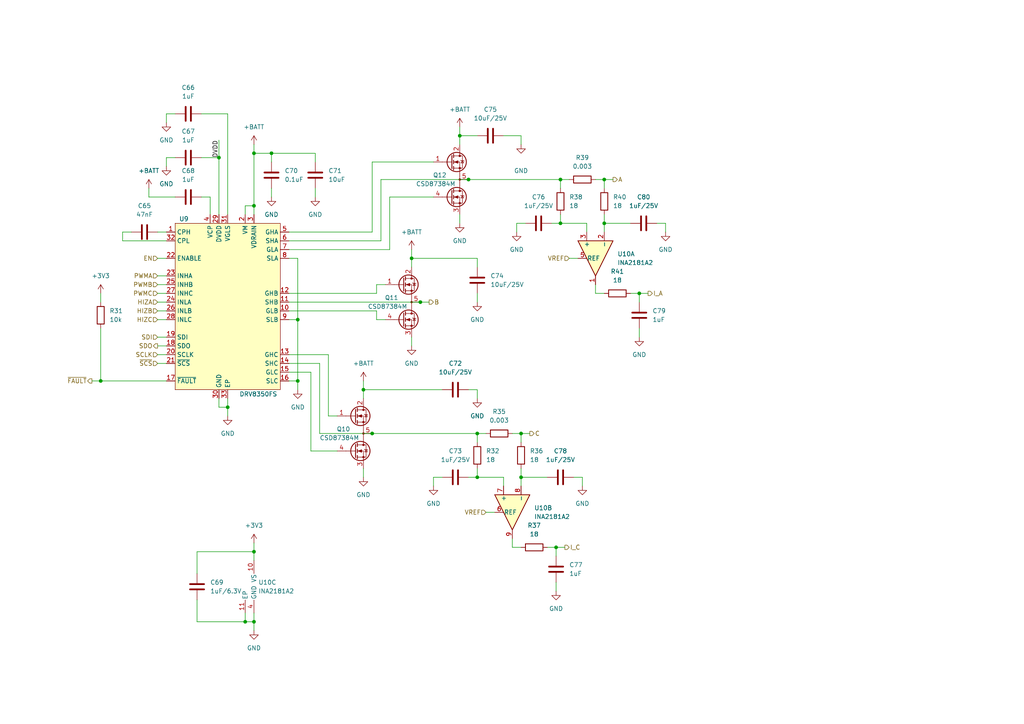
<source format=kicad_sch>
(kicad_sch (version 20210621) (generator eeschema)
  (paper "A4")
  (lib_symbols
    (symbol "Device:C" (pin_numbers hide) (pin_names (offset 0.254))
      (property "Reference" "C" (at 0.635 2.54 0))
      (property "Value" "C" (at 0.635 -2.54 0))
      (symbol "C_0_1"
        (polyline (pts (xy -2.032 -0.762) (xy 2.032 -0.762)) (stroke (width 0.508)))
        (polyline (pts (xy -2.032 0.762) (xy 2.032 0.762)) (stroke (width 0.508)))
      )
      (symbol "C_1_1"
        (pin passive line (at 0 3.81 270) (length 2.794) (name "~") (number "1"))
        (pin passive line (at 0 -3.81 90) (length 2.794) (name "~") (number "2"))
      )
    )
    (symbol "Device:R" (pin_numbers hide) (pin_names (offset 0))
      (property "Reference" "R" (at 2.032 0 90))
      (property "Value" "R" (at 0 0 90))
      (symbol "R_0_1"
        (rectangle (start -1.016 -2.54) (end 1.016 2.54) (stroke (width 0.254)))
      )
      (symbol "R_1_1"
        (pin passive line (at 0 3.81 270) (length 1.27) (name "~") (number "1"))
        (pin passive line (at 0 -3.81 90) (length 1.27) (name "~") (number "2"))
      )
    )
    (symbol "multiesc_symbols:CSD87384M" (pin_names hide)
      (property "Reference" "Q" (at 5.08 4.445 0))
      (property "Value" "CSD87384M" (at 5.08 2.54 0))
      (symbol "CSD87384M_0_1"
        (circle (center 1.651 -5.08) (radius 2.794) (stroke (width 0.254)))
        (circle (center 1.651 5.08) (radius 2.794) (stroke (width 0.254)))
        (circle (center 2.54 -6.858) (radius 0.254) (fill (type outline)))
        (circle (center 2.54 -3.302) (radius 0.254) (fill (type outline)))
        (circle (center 2.54 0) (radius 0.254) (fill (type outline)))
        (circle (center 2.54 3.302) (radius 0.254) (fill (type outline)))
        (circle (center 2.54 6.858) (radius 0.254) (fill (type outline)))
        (polyline (pts (xy 0.254 -5.08) (xy -2.54 -5.08)))
        (polyline (pts (xy 0.254 -3.175) (xy 0.254 -6.985)) (stroke (width 0.254)))
        (polyline (pts (xy 0.254 5.08) (xy -2.54 5.08)))
        (polyline (pts (xy 0.254 6.985) (xy 0.254 3.175)) (stroke (width 0.254)))
        (polyline (pts (xy 0.762 -6.35) (xy 0.762 -7.366)) (stroke (width 0.254)))
        (polyline (pts (xy 0.762 -4.572) (xy 0.762 -5.588)) (stroke (width 0.254)))
        (polyline (pts (xy 0.762 -2.794) (xy 0.762 -3.81)) (stroke (width 0.254)))
        (polyline (pts (xy 0.762 3.81) (xy 0.762 2.794)) (stroke (width 0.254)))
        (polyline (pts (xy 0.762 5.588) (xy 0.762 4.572)) (stroke (width 0.254)))
        (polyline (pts (xy 0.762 7.366) (xy 0.762 6.35)) (stroke (width 0.254)))
        (polyline (pts (xy 2.54 7.62) (xy 2.54 6.858)))
        (polyline (pts (xy 2.54 -7.62) (xy 2.54 -5.08) (xy 0.762 -5.08)))
        (polyline (pts (xy 2.54 -3.302) (xy 2.54 5.08) (xy 0.762 5.08)))
        (polyline (pts (xy 0.762 -6.858) (xy 3.302 -6.858) (xy 3.302 -3.302) (xy 0.762 -3.302)))
        (polyline (pts (xy 0.762 3.302) (xy 3.302 3.302) (xy 3.302 6.858) (xy 0.762 6.858)))
        (polyline (pts (xy 2.794 -4.572) (xy 2.921 -4.699) (xy 3.683 -4.699) (xy 3.81 -4.826)))
        (polyline (pts (xy 2.794 5.588) (xy 2.921 5.461) (xy 3.683 5.461) (xy 3.81 5.334)))
        (polyline (pts (xy 3.302 -4.699) (xy 2.921 -5.334) (xy 3.683 -5.334) (xy 3.302 -4.699)))
        (polyline (pts (xy 3.302 5.461) (xy 2.921 4.826) (xy 3.683 4.826) (xy 3.302 5.461)))
        (polyline (pts (xy 1.016 -5.08) (xy 2.032 -4.699) (xy 2.032 -5.461) (xy 1.016 -5.08)) (fill (type outline)))
        (polyline (pts (xy 1.016 5.08) (xy 2.032 5.461) (xy 2.032 4.699) (xy 1.016 5.08)) (fill (type outline)))
      )
      (symbol "CSD87384M_1_1"
        (pin input line (at -5.08 5.08 0) (length 2.54) (name "G1") (number "1"))
        (pin passive line (at 2.54 10.16 270) (length 2.54) (name "D1") (number "2"))
        (pin passive line (at 2.54 -10.16 90) (length 2.54) (name "S2") (number "3"))
        (pin input line (at -5.08 -5.08 0) (length 2.54) (name "G2") (number "4"))
        (pin passive line (at 5.08 0 180) (length 2.54) (name "S1/D2") (number "5"))
      )
    )
    (symbol "multiesc_symbols:DRV8350FS"
      (property "Reference" "U" (at -13.97 31.75 0))
      (property "Value" "DRV8350FS" (at -11.43 -31.75 0))
      (symbol "DRV8350FS_0_1"
        (rectangle (start -15.24 30.48) (end 15.24 -17.78) (stroke (width 0.1524)) (fill (type background)))
      )
      (symbol "DRV8350FS_1_1"
        (pin passive line (at -17.78 27.94 0) (length 2.54) (name "CPH") (number "1"))
        (pin output line (at 17.78 5.08 180) (length 2.54) (name "GLB") (number "10"))
        (pin input line (at 17.78 7.62 180) (length 2.54) (name "SHB") (number "11"))
        (pin output line (at 17.78 10.16 180) (length 2.54) (name "GHB") (number "12"))
        (pin output line (at 17.78 -7.62 180) (length 2.54) (name "GHC") (number "13"))
        (pin input line (at 17.78 -10.16 180) (length 2.54) (name "SHC") (number "14"))
        (pin output line (at 17.78 -12.7 180) (length 2.54) (name "GLC") (number "15"))
        (pin input line (at 17.78 -15.24 180) (length 2.54) (name "SLC") (number "16"))
        (pin open_collector line (at -17.78 -15.24 0) (length 2.54) (name "~{FAULT}") (number "17"))
        (pin open_collector line (at -17.78 -5.08 0) (length 2.54) (name "SDO") (number "18"))
        (pin input line (at -17.78 -2.54 0) (length 2.54) (name "SDI") (number "19"))
        (pin power_in line (at 5.08 33.02 270) (length 2.54) (name "VM") (number "2"))
        (pin input line (at -17.78 -7.62 0) (length 2.54) (name "SCLK") (number "20"))
        (pin input line (at -17.78 -10.16 0) (length 2.54) (name "~{SCS}") (number "21"))
        (pin input line (at -17.78 20.32 0) (length 2.54) (name "ENABLE") (number "22"))
        (pin input line (at -17.78 15.24 0) (length 2.54) (name "INHA") (number "23"))
        (pin input line (at -17.78 7.62 0) (length 2.54) (name "INLA") (number "24"))
        (pin input line (at -17.78 12.7 0) (length 2.54) (name "INHB") (number "25"))
        (pin input line (at -17.78 5.08 0) (length 2.54) (name "INLB") (number "26"))
        (pin input line (at -17.78 10.16 0) (length 2.54) (name "INHC") (number "27"))
        (pin input line (at -17.78 2.54 0) (length 2.54) (name "INLC") (number "28"))
        (pin power_out line (at -2.54 33.02 270) (length 2.54) (name "DVDD") (number "29"))
        (pin input line (at 7.62 33.02 270) (length 2.54) (name "VDRAIN") (number "3"))
        (pin power_in line (at -2.54 -20.32 90) (length 2.54) (name "GND") (number "30"))
        (pin power_out line (at 0 33.02 270) (length 2.54) (name "VGLS") (number "31"))
        (pin passive line (at -17.78 25.4 0) (length 2.54) (name "CPL") (number "32"))
        (pin power_in line (at 0 -20.32 90) (length 2.54) (name "EP") (number "33"))
        (pin power_out line (at -5.08 33.02 270) (length 2.54) (name "VCP") (number "4"))
        (pin output line (at 17.78 27.94 180) (length 2.54) (name "GHA") (number "5"))
        (pin input line (at 17.78 25.4 180) (length 2.54) (name "SHA") (number "6"))
        (pin output line (at 17.78 22.86 180) (length 2.54) (name "GLA") (number "7"))
        (pin input line (at 17.78 20.32 180) (length 2.54) (name "SLA") (number "8"))
        (pin input line (at 17.78 2.54 180) (length 2.54) (name "SLB") (number "9"))
      )
    )
    (symbol "multiesc_symbols:INA2181" (pin_names (offset 0.127))
      (property "Reference" "U" (at 2.54 2.54 0))
      (property "Value" "INA2181" (at 0 -5.08 0))
      (symbol "INA2181_1_1"
        (polyline (pts (xy -5.08 5.08) (xy 5.08 0) (xy -5.08 -5.08) (xy -5.08 5.08)) (stroke (width 0.254)) (fill (type background)))
        (pin output line (at 7.62 0 180) (length 2.54) (name "~") (number "1"))
        (pin input line (at -7.62 -2.54 0) (length 2.54) (name "-") (number "2"))
        (pin input line (at -7.62 2.54 0) (length 2.54) (name "+") (number "3"))
        (pin input line (at 0 5.08 270) (length 2.54) (name "REF") (number "5"))
      )
      (symbol "INA2181_2_1"
        (polyline (pts (xy -5.08 5.08) (xy 5.08 0) (xy -5.08 -5.08) (xy -5.08 5.08)) (stroke (width 0.254)) (fill (type background)))
        (pin input line (at 0 5.08 270) (length 2.54) (name "REF") (number "6"))
        (pin input line (at -7.62 2.54 0) (length 2.54) (name "+") (number "7"))
        (pin input line (at -7.62 -2.54 0) (length 2.54) (name "-") (number "8"))
        (pin output line (at 7.62 0 180) (length 2.54) (name "~") (number "9"))
      )
      (symbol "INA2181_3_1"
        (pin power_in line (at -2.54 7.62 270) (length 3.81) (name "VS") (number "10"))
        (pin passive line (at -5.08 -7.62 90) (length 3.81) (name "EP") (number "11"))
        (pin power_in line (at -2.54 -7.62 90) (length 3.81) (name "GND") (number "4"))
      )
    )
    (symbol "power:+3.3V" (power) (pin_names (offset 0))
      (property "Value" "+3.3V" (at 0 3.556 0))
      (symbol "+3.3V_0_1"
        (polyline (pts (xy -0.762 1.27) (xy 0 2.54)))
        (polyline (pts (xy 0 0) (xy 0 2.54)))
        (polyline (pts (xy 0 2.54) (xy 0.762 1.27)))
      )
      (symbol "+3.3V_1_1"
        (pin power_in line (at 0 0 90) (length 0) hide (name "+3V3") (number "1"))
      )
    )
    (symbol "power:+BATT" (power) (pin_names (offset 0))
      (property "Value" "+BATT" (at 0 3.556 0))
      (symbol "+BATT_0_1"
        (polyline (pts (xy -0.762 1.27) (xy 0 2.54)))
        (polyline (pts (xy 0 0) (xy 0 2.54)))
        (polyline (pts (xy 0 2.54) (xy 0.762 1.27)))
      )
      (symbol "+BATT_1_1"
        (pin power_in line (at 0 0 90) (length 0) hide (name "+BATT") (number "1"))
      )
    )
    (symbol "power:GND" (power) (pin_names (offset 0))
      (property "Value" "GND" (at 0 -3.81 0))
      (symbol "GND_0_1"
        (polyline (pts (xy 0 0) (xy 0 -1.27) (xy 1.27 -1.27) (xy 0 -2.54) (xy -1.27 -1.27) (xy 0 -1.27)))
      )
      (symbol "GND_1_1"
        (pin power_in line (at 0 0 270) (length 0) hide (name "GND") (number "1"))
      )
    )
  )
  (junction (at 29.21 110.49) (diameter 0.9144))
  (junction (at 63.5 45.72) (diameter 0.9144))
  (junction (at 66.04 118.11) (diameter 0.9144))
  (junction (at 71.12 180.34) (diameter 0.9144))
  (junction (at 73.66 44.45) (diameter 0.9144))
  (junction (at 73.66 59.69) (diameter 0.9144))
  (junction (at 73.66 160.02) (diameter 0.9144))
  (junction (at 73.66 180.34) (diameter 0.9144))
  (junction (at 78.74 44.45) (diameter 0.9144))
  (junction (at 86.36 92.71) (diameter 0.9144))
  (junction (at 86.36 110.49) (diameter 0.9144))
  (junction (at 105.41 113.03) (diameter 0.9144))
  (junction (at 107.95 125.73) (diameter 0.9144))
  (junction (at 119.38 74.93) (diameter 0.9144))
  (junction (at 121.92 87.63) (diameter 0.9144))
  (junction (at 133.35 39.37) (diameter 0.9144))
  (junction (at 135.89 52.07) (diameter 0.9144))
  (junction (at 138.43 125.73) (diameter 0.9144))
  (junction (at 138.43 138.43) (diameter 0.9144))
  (junction (at 151.13 125.73) (diameter 0.9144))
  (junction (at 151.13 138.43) (diameter 0.9144))
  (junction (at 161.29 158.75) (diameter 0.9144))
  (junction (at 162.56 52.07) (diameter 0.9144))
  (junction (at 162.56 64.77) (diameter 0.9144))
  (junction (at 175.26 52.07) (diameter 0.9144))
  (junction (at 175.26 64.77) (diameter 0.9144))
  (junction (at 185.42 85.09) (diameter 0.9144))
  (wire (pts (xy 26.67 110.49) (xy 29.21 110.49)))
  (wire (pts (xy 29.21 85.09) (xy 29.21 87.63)))
  (wire (pts (xy 29.21 110.49) (xy 29.21 95.25)))
  (wire (pts (xy 29.21 110.49) (xy 48.26 110.49)))
  (wire (pts (xy 35.56 67.31) (xy 38.1 67.31)))
  (wire (pts (xy 35.56 69.85) (xy 35.56 67.31)))
  (wire (pts (xy 43.18 57.15) (xy 43.18 54.61)))
  (wire (pts (xy 43.18 57.15) (xy 50.8 57.15)))
  (wire (pts (xy 45.72 67.31) (xy 48.26 67.31)))
  (wire (pts (xy 45.72 74.93) (xy 48.26 74.93)))
  (wire (pts (xy 45.72 80.01) (xy 48.26 80.01)))
  (wire (pts (xy 45.72 82.55) (xy 48.26 82.55)))
  (wire (pts (xy 45.72 85.09) (xy 48.26 85.09)))
  (wire (pts (xy 45.72 87.63) (xy 48.26 87.63)))
  (wire (pts (xy 45.72 90.17) (xy 48.26 90.17)))
  (wire (pts (xy 45.72 92.71) (xy 48.26 92.71)))
  (wire (pts (xy 45.72 105.41) (xy 48.26 105.41)))
  (wire (pts (xy 48.26 33.02) (xy 48.26 35.56)))
  (wire (pts (xy 48.26 45.72) (xy 48.26 48.26)))
  (wire (pts (xy 48.26 69.85) (xy 35.56 69.85)))
  (wire (pts (xy 48.26 97.79) (xy 45.72 97.79)))
  (wire (pts (xy 48.26 100.33) (xy 45.72 100.33)))
  (wire (pts (xy 48.26 102.87) (xy 45.72 102.87)))
  (wire (pts (xy 50.8 33.02) (xy 48.26 33.02)))
  (wire (pts (xy 50.8 45.72) (xy 48.26 45.72)))
  (wire (pts (xy 57.15 160.02) (xy 73.66 160.02)))
  (wire (pts (xy 57.15 166.37) (xy 57.15 160.02)))
  (wire (pts (xy 57.15 173.99) (xy 57.15 180.34)))
  (wire (pts (xy 57.15 180.34) (xy 71.12 180.34)))
  (wire (pts (xy 58.42 33.02) (xy 66.04 33.02)))
  (wire (pts (xy 58.42 45.72) (xy 63.5 45.72)))
  (wire (pts (xy 58.42 57.15) (xy 60.96 57.15)))
  (wire (pts (xy 60.96 57.15) (xy 60.96 62.23)))
  (wire (pts (xy 63.5 40.64) (xy 63.5 45.72)))
  (wire (pts (xy 63.5 45.72) (xy 63.5 62.23)))
  (wire (pts (xy 63.5 115.57) (xy 63.5 118.11)))
  (wire (pts (xy 63.5 118.11) (xy 66.04 118.11)))
  (wire (pts (xy 66.04 33.02) (xy 66.04 62.23)))
  (wire (pts (xy 66.04 115.57) (xy 66.04 118.11)))
  (wire (pts (xy 66.04 118.11) (xy 66.04 120.65)))
  (wire (pts (xy 71.12 59.69) (xy 73.66 59.69)))
  (wire (pts (xy 71.12 62.23) (xy 71.12 59.69)))
  (wire (pts (xy 71.12 177.8) (xy 71.12 180.34)))
  (wire (pts (xy 71.12 180.34) (xy 73.66 180.34)))
  (wire (pts (xy 73.66 44.45) (xy 73.66 41.91)))
  (wire (pts (xy 73.66 44.45) (xy 73.66 59.69)))
  (wire (pts (xy 73.66 59.69) (xy 73.66 62.23)))
  (wire (pts (xy 73.66 157.48) (xy 73.66 160.02)))
  (wire (pts (xy 73.66 160.02) (xy 73.66 162.56)))
  (wire (pts (xy 73.66 177.8) (xy 73.66 180.34)))
  (wire (pts (xy 73.66 180.34) (xy 73.66 182.88)))
  (wire (pts (xy 78.74 44.45) (xy 73.66 44.45)))
  (wire (pts (xy 78.74 44.45) (xy 78.74 46.99)))
  (wire (pts (xy 78.74 54.61) (xy 78.74 57.15)))
  (wire (pts (xy 83.82 74.93) (xy 86.36 74.93)))
  (wire (pts (xy 83.82 87.63) (xy 121.92 87.63)))
  (wire (pts (xy 83.82 92.71) (xy 86.36 92.71)))
  (wire (pts (xy 86.36 74.93) (xy 86.36 92.71)))
  (wire (pts (xy 86.36 92.71) (xy 86.36 110.49)))
  (wire (pts (xy 86.36 110.49) (xy 83.82 110.49)))
  (wire (pts (xy 86.36 113.03) (xy 86.36 110.49)))
  (wire (pts (xy 90.17 107.95) (xy 83.82 107.95)))
  (wire (pts (xy 90.17 130.81) (xy 90.17 107.95)))
  (wire (pts (xy 91.44 44.45) (xy 78.74 44.45)))
  (wire (pts (xy 91.44 46.99) (xy 91.44 44.45)))
  (wire (pts (xy 91.44 54.61) (xy 91.44 57.15)))
  (wire (pts (xy 92.71 105.41) (xy 83.82 105.41)))
  (wire (pts (xy 92.71 125.73) (xy 92.71 105.41)))
  (wire (pts (xy 95.25 102.87) (xy 83.82 102.87)))
  (wire (pts (xy 95.25 120.65) (xy 95.25 102.87)))
  (wire (pts (xy 97.79 120.65) (xy 95.25 120.65)))
  (wire (pts (xy 97.79 130.81) (xy 90.17 130.81)))
  (wire (pts (xy 105.41 110.49) (xy 105.41 113.03)))
  (wire (pts (xy 105.41 113.03) (xy 105.41 115.57)))
  (wire (pts (xy 105.41 113.03) (xy 128.27 113.03)))
  (wire (pts (xy 105.41 135.89) (xy 105.41 138.43)))
  (wire (pts (xy 107.95 46.99) (xy 107.95 67.31)))
  (wire (pts (xy 107.95 46.99) (xy 125.73 46.99)))
  (wire (pts (xy 107.95 67.31) (xy 83.82 67.31)))
  (wire (pts (xy 107.95 125.73) (xy 92.71 125.73)))
  (wire (pts (xy 107.95 125.73) (xy 138.43 125.73)))
  (wire (pts (xy 109.22 82.55) (xy 109.22 85.09)))
  (wire (pts (xy 109.22 85.09) (xy 83.82 85.09)))
  (wire (pts (xy 109.22 90.17) (xy 83.82 90.17)))
  (wire (pts (xy 109.22 92.71) (xy 109.22 90.17)))
  (wire (pts (xy 110.49 52.07) (xy 110.49 69.85)))
  (wire (pts (xy 110.49 52.07) (xy 135.89 52.07)))
  (wire (pts (xy 110.49 69.85) (xy 83.82 69.85)))
  (wire (pts (xy 111.76 82.55) (xy 109.22 82.55)))
  (wire (pts (xy 111.76 92.71) (xy 109.22 92.71)))
  (wire (pts (xy 113.03 57.15) (xy 113.03 72.39)))
  (wire (pts (xy 113.03 57.15) (xy 125.73 57.15)))
  (wire (pts (xy 113.03 72.39) (xy 83.82 72.39)))
  (wire (pts (xy 119.38 72.39) (xy 119.38 74.93)))
  (wire (pts (xy 119.38 74.93) (xy 119.38 77.47)))
  (wire (pts (xy 119.38 97.79) (xy 119.38 100.33)))
  (wire (pts (xy 121.92 87.63) (xy 124.46 87.63)))
  (wire (pts (xy 125.73 138.43) (xy 128.27 138.43)))
  (wire (pts (xy 125.73 140.97) (xy 125.73 138.43)))
  (wire (pts (xy 133.35 36.83) (xy 133.35 39.37)))
  (wire (pts (xy 133.35 39.37) (xy 133.35 41.91)))
  (wire (pts (xy 133.35 39.37) (xy 138.43 39.37)))
  (wire (pts (xy 133.35 62.23) (xy 133.35 64.77)))
  (wire (pts (xy 135.89 52.07) (xy 162.56 52.07)))
  (wire (pts (xy 135.89 113.03) (xy 138.43 113.03)))
  (wire (pts (xy 138.43 74.93) (xy 119.38 74.93)))
  (wire (pts (xy 138.43 77.47) (xy 138.43 74.93)))
  (wire (pts (xy 138.43 85.09) (xy 138.43 87.63)))
  (wire (pts (xy 138.43 115.57) (xy 138.43 113.03)))
  (wire (pts (xy 138.43 125.73) (xy 140.97 125.73)))
  (wire (pts (xy 138.43 128.27) (xy 138.43 125.73)))
  (wire (pts (xy 138.43 135.89) (xy 138.43 138.43)))
  (wire (pts (xy 138.43 138.43) (xy 135.89 138.43)))
  (wire (pts (xy 140.97 148.59) (xy 143.51 148.59)))
  (wire (pts (xy 146.05 39.37) (xy 151.13 39.37)))
  (wire (pts (xy 146.05 138.43) (xy 138.43 138.43)))
  (wire (pts (xy 146.05 140.97) (xy 146.05 138.43)))
  (wire (pts (xy 148.59 125.73) (xy 151.13 125.73)))
  (wire (pts (xy 148.59 156.21) (xy 148.59 158.75)))
  (wire (pts (xy 149.86 64.77) (xy 152.4 64.77)))
  (wire (pts (xy 149.86 67.31) (xy 149.86 64.77)))
  (wire (pts (xy 151.13 39.37) (xy 151.13 41.91)))
  (wire (pts (xy 151.13 125.73) (xy 151.13 128.27)))
  (wire (pts (xy 151.13 125.73) (xy 153.67 125.73)))
  (wire (pts (xy 151.13 135.89) (xy 151.13 138.43)))
  (wire (pts (xy 151.13 138.43) (xy 151.13 140.97)))
  (wire (pts (xy 151.13 158.75) (xy 148.59 158.75)))
  (wire (pts (xy 158.75 138.43) (xy 151.13 138.43)))
  (wire (pts (xy 161.29 158.75) (xy 158.75 158.75)))
  (wire (pts (xy 161.29 158.75) (xy 163.83 158.75)))
  (wire (pts (xy 161.29 161.29) (xy 161.29 158.75)))
  (wire (pts (xy 161.29 171.45) (xy 161.29 168.91)))
  (wire (pts (xy 162.56 52.07) (xy 165.1 52.07)))
  (wire (pts (xy 162.56 54.61) (xy 162.56 52.07)))
  (wire (pts (xy 162.56 62.23) (xy 162.56 64.77)))
  (wire (pts (xy 162.56 64.77) (xy 160.02 64.77)))
  (wire (pts (xy 165.1 74.93) (xy 167.64 74.93)))
  (wire (pts (xy 168.91 138.43) (xy 166.37 138.43)))
  (wire (pts (xy 168.91 140.97) (xy 168.91 138.43)))
  (wire (pts (xy 170.18 64.77) (xy 162.56 64.77)))
  (wire (pts (xy 170.18 67.31) (xy 170.18 64.77)))
  (wire (pts (xy 172.72 52.07) (xy 175.26 52.07)))
  (wire (pts (xy 172.72 82.55) (xy 172.72 85.09)))
  (wire (pts (xy 175.26 52.07) (xy 175.26 54.61)))
  (wire (pts (xy 175.26 52.07) (xy 177.8 52.07)))
  (wire (pts (xy 175.26 62.23) (xy 175.26 64.77)))
  (wire (pts (xy 175.26 64.77) (xy 175.26 67.31)))
  (wire (pts (xy 175.26 85.09) (xy 172.72 85.09)))
  (wire (pts (xy 182.88 64.77) (xy 175.26 64.77)))
  (wire (pts (xy 185.42 85.09) (xy 182.88 85.09)))
  (wire (pts (xy 185.42 85.09) (xy 187.96 85.09)))
  (wire (pts (xy 185.42 87.63) (xy 185.42 85.09)))
  (wire (pts (xy 185.42 97.79) (xy 185.42 95.25)))
  (wire (pts (xy 193.04 64.77) (xy 190.5 64.77)))
  (wire (pts (xy 193.04 67.31) (xy 193.04 64.77)))
  (label "DVDD" (at 63.5 40.64 270))
  (hierarchical_label "~{FAULT}" (shape output) (at 26.67 110.49 180))
  (hierarchical_label "EN" (shape input) (at 45.72 74.93 180))
  (hierarchical_label "PWMA" (shape input) (at 45.72 80.01 180))
  (hierarchical_label "PWMB" (shape input) (at 45.72 82.55 180))
  (hierarchical_label "PWMC" (shape input) (at 45.72 85.09 180))
  (hierarchical_label "HIZA" (shape input) (at 45.72 87.63 180))
  (hierarchical_label "HIZB" (shape input) (at 45.72 90.17 180))
  (hierarchical_label "HIZC" (shape input) (at 45.72 92.71 180))
  (hierarchical_label "SDI" (shape input) (at 45.72 97.79 180))
  (hierarchical_label "SDO" (shape output) (at 45.72 100.33 180))
  (hierarchical_label "SCLK" (shape input) (at 45.72 102.87 180))
  (hierarchical_label "~{SCS}" (shape input) (at 45.72 105.41 180))
  (hierarchical_label "B" (shape output) (at 124.46 87.63 0))
  (hierarchical_label "VREF" (shape input) (at 140.97 148.59 180))
  (hierarchical_label "C" (shape output) (at 153.67 125.73 0))
  (hierarchical_label "I_C" (shape output) (at 163.83 158.75 0))
  (hierarchical_label "VREF" (shape input) (at 165.1 74.93 180))
  (hierarchical_label "A" (shape output) (at 177.8 52.07 0))
  (hierarchical_label "I_A" (shape output) (at 187.96 85.09 0))
  (symbol (lib_id "power:+3.3V") (at 29.21 85.09 0) (unit 1)
    (property "Reference" "#PWR0206" (effects hide))
    (property "Value" "+3.3V" (at 29.21 80.01 0))
  )
  (symbol (lib_id "power:+BATT") (at 43.18 54.61 0) (unit 1)
    (property "Reference" "#PWR0231" (effects hide))
    (property "Value" "+BATT" (at 43.18 49.53 0))
  )
  (symbol (lib_id "power:+BATT") (at 73.66 41.91 0) (unit 1)
    (property "Reference" "#PWR0233" (effects hide))
    (property "Value" "+BATT" (at 73.66 36.83 0))
  )
  (symbol (lib_id "power:+3.3V") (at 73.66 157.48 0) (unit 1)
    (property "Reference" "#PWR0208" (effects hide))
    (property "Value" "+3.3V" (at 73.66 152.4 0))
  )
  (symbol (lib_id "power:+BATT") (at 105.41 110.49 0) (unit 1)
    (property "Reference" "#PWR0230" (effects hide))
    (property "Value" "+BATT" (at 105.41 105.41 0))
  )
  (symbol (lib_id "power:+BATT") (at 119.38 72.39 0) (unit 1)
    (property "Reference" "#PWR0220" (effects hide))
    (property "Value" "+BATT" (at 119.38 67.31 0))
  )
  (symbol (lib_id "power:+BATT") (at 133.35 36.83 0) (unit 1)
    (property "Reference" "#PWR0222" (effects hide))
    (property "Value" "+BATT" (at 133.35 31.75 0))
  )
  (symbol (lib_id "power:GND") (at 48.26 35.56 0) (unit 1)
    (property "Reference" "#PWR0232" (effects hide))
    (property "Value" "GND" (at 48.26 40.64 0))
  )
  (symbol (lib_id "power:GND") (at 48.26 48.26 0) (unit 1)
    (property "Reference" "#PWR0234" (effects hide))
    (property "Value" "GND" (at 48.26 53.34 0))
  )
  (symbol (lib_id "power:GND") (at 66.04 120.65 0) (unit 1)
    (property "Reference" "#PWR0217" (effects hide))
    (property "Value" "GND" (at 66.04 125.73 0))
  )
  (symbol (lib_id "power:GND") (at 73.66 182.88 0) (unit 1)
    (property "Reference" "#PWR0219" (effects hide))
    (property "Value" "GND" (at 73.66 187.96 0))
  )
  (symbol (lib_id "power:GND") (at 78.74 57.15 0) (unit 1)
    (property "Reference" "#PWR0229" (effects hide))
    (property "Value" "GND" (at 78.74 62.23 0))
  )
  (symbol (lib_id "power:GND") (at 86.36 113.03 0) (unit 1)
    (property "Reference" "#PWR0218" (effects hide))
    (property "Value" "GND" (at 86.36 118.11 0))
  )
  (symbol (lib_id "power:GND") (at 91.44 57.15 0) (unit 1)
    (property "Reference" "#PWR0221" (effects hide))
    (property "Value" "GND" (at 91.44 62.23 0))
  )
  (symbol (lib_id "power:GND") (at 105.41 138.43 0) (unit 1)
    (property "Reference" "#PWR0207" (effects hide))
    (property "Value" "GND" (at 105.41 143.51 0))
  )
  (symbol (lib_id "power:GND") (at 119.38 100.33 0) (unit 1)
    (property "Reference" "#PWR0205" (effects hide))
    (property "Value" "GND" (at 119.38 105.41 0))
  )
  (symbol (lib_id "power:GND") (at 125.73 140.97 0) (unit 1)
    (property "Reference" "#PWR0235" (effects hide))
    (property "Value" "GND" (at 125.73 146.05 0))
  )
  (symbol (lib_id "power:GND") (at 133.35 64.77 0) (unit 1)
    (property "Reference" "#PWR0225" (effects hide))
    (property "Value" "GND" (at 133.35 69.85 0))
  )
  (symbol (lib_id "power:GND") (at 138.43 87.63 0) (unit 1)
    (property "Reference" "#PWR0226" (effects hide))
    (property "Value" "GND" (at 138.43 92.71 0))
  )
  (symbol (lib_id "power:GND") (at 138.43 115.57 0) (unit 1)
    (property "Reference" "#PWR0189" (effects hide))
    (property "Value" "GND" (at 138.43 120.65 0))
  )
  (symbol (lib_id "power:GND") (at 149.86 67.31 0) (unit 1)
    (property "Reference" "#PWR0224" (effects hide))
    (property "Value" "GND" (at 149.86 72.39 0))
  )
  (symbol (lib_id "power:GND") (at 151.13 41.91 0) (unit 1)
    (property "Reference" "#PWR0223" (effects hide))
    (property "Value" "GND" (at 151.13 49.53 0))
  )
  (symbol (lib_id "power:GND") (at 161.29 171.45 0) (unit 1)
    (property "Reference" "#PWR0237" (effects hide))
    (property "Value" "GND" (at 161.29 176.53 0))
  )
  (symbol (lib_id "power:GND") (at 168.91 140.97 0) (unit 1)
    (property "Reference" "#PWR0236" (effects hide))
    (property "Value" "GND" (at 168.91 146.05 0))
  )
  (symbol (lib_id "power:GND") (at 185.42 97.79 0) (unit 1)
    (property "Reference" "#PWR0227" (effects hide))
    (property "Value" "GND" (at 185.42 102.87 0))
  )
  (symbol (lib_id "power:GND") (at 193.04 67.31 0) (unit 1)
    (property "Reference" "#PWR0228" (effects hide))
    (property "Value" "GND" (at 193.04 72.39 0))
  )
  (symbol (lib_id "Device:R") (at 29.21 91.44 180) (unit 1)
    (property "Reference" "R31" (at 31.75 90.1699 0) (effects (justify right)))
    (property "Value" "10k" (at 31.75 92.7099 0) (effects (justify right)))
    (property "Footprint" "Resistor_SMD:R_0402_1005Metric" (effects hide))
  )
  (symbol (lib_id "Device:R") (at 138.43 132.08 180) (unit 1)
    (property "Reference" "R32" (at 140.97 130.8099 0) (effects (justify right)))
    (property "Value" "18" (at 140.97 133.3499 0) (effects (justify right)))
    (property "Footprint" "Resistor_SMD:R_0402_1005Metric" (effects hide))
  )
  (symbol (lib_id "Device:R") (at 144.78 125.73 90) (unit 1)
    (property "Reference" "R35" (at 144.78 119.38 90))
    (property "Value" "0.003" (at 144.78 121.92 90))
    (property "Footprint" "Resistor_SMD:R_0612_1632Metric" (effects hide))
  )
  (symbol (lib_id "Device:R") (at 151.13 132.08 180) (unit 1)
    (property "Reference" "R36" (at 153.67 130.8099 0) (effects (justify right)))
    (property "Value" "18" (at 153.67 133.3499 0) (effects (justify right)))
    (property "Footprint" "Resistor_SMD:R_0402_1005Metric" (effects hide))
  )
  (symbol (lib_id "Device:R") (at 154.94 158.75 270) (unit 1)
    (property "Reference" "R37" (at 154.94 152.4 90))
    (property "Value" "18" (at 154.94 154.94 90))
    (property "Footprint" "Resistor_SMD:R_0402_1005Metric" (effects hide))
  )
  (symbol (lib_id "Device:R") (at 162.56 58.42 180) (unit 1)
    (property "Reference" "R38" (at 165.1 57.1499 0) (effects (justify right)))
    (property "Value" "18" (at 165.1 59.6899 0) (effects (justify right)))
    (property "Footprint" "Resistor_SMD:R_0402_1005Metric" (effects hide))
  )
  (symbol (lib_id "Device:R") (at 168.91 52.07 90) (unit 1)
    (property "Reference" "R39" (at 168.91 45.72 90))
    (property "Value" "0.003" (at 168.91 48.26 90))
    (property "Footprint" "Resistor_SMD:R_0612_1632Metric" (effects hide))
  )
  (symbol (lib_id "Device:R") (at 175.26 58.42 180) (unit 1)
    (property "Reference" "R40" (at 177.8 57.1499 0) (effects (justify right)))
    (property "Value" "18" (at 177.8 59.6899 0) (effects (justify right)))
    (property "Footprint" "Resistor_SMD:R_0402_1005Metric" (effects hide))
  )
  (symbol (lib_id "Device:R") (at 179.07 85.09 270) (unit 1)
    (property "Reference" "R41" (at 179.07 78.74 90))
    (property "Value" "18" (at 179.07 81.28 90))
    (property "Footprint" "Resistor_SMD:R_0402_1005Metric" (effects hide))
  )
  (symbol (lib_id "Device:C") (at 41.91 67.31 90) (unit 1)
    (property "Reference" "C65" (at 41.91 59.69 90))
    (property "Value" "47nF" (at 41.91 62.23 90))
    (property "Footprint" "Capacitor_SMD:C_0402_1005Metric" (effects hide))
    (property "Digikey" "587-1225-1-ND" (effects hide))
  )
  (symbol (lib_id "Device:C") (at 54.61 33.02 270) (unit 1)
    (property "Reference" "C66" (at 54.61 25.4 90))
    (property "Value" "1uF" (at 54.61 27.94 90))
    (property "Footprint" "Capacitor_SMD:C_0603_1608Metric" (effects hide))
    (property "Digikey" "1276-1184-1-ND" (effects hide))
  )
  (symbol (lib_id "Device:C") (at 54.61 45.72 270) (unit 1)
    (property "Reference" "C67" (at 54.61 38.1 90))
    (property "Value" "1uF" (at 54.61 40.64 90))
    (property "Footprint" "Capacitor_SMD:C_0603_1608Metric" (effects hide))
    (property "Digikey" "1276-1184-1-ND" (effects hide))
  )
  (symbol (lib_id "Device:C") (at 54.61 57.15 270) (unit 1)
    (property "Reference" "C68" (at 54.61 49.53 90))
    (property "Value" "1uF" (at 54.61 52.07 90))
    (property "Footprint" "Capacitor_SMD:C_0603_1608Metric" (effects hide))
    (property "Digikey" "1276-1184-1-ND" (effects hide))
  )
  (symbol (lib_id "Device:C") (at 57.15 170.18 0) (unit 1)
    (property "Reference" "C69" (at 60.96 168.9099 0) (effects (justify left)))
    (property "Value" "1uF{slash}6.3V" (at 60.96 171.4499 0) (effects (justify left)))
    (property "Footprint" "Capacitor_SMD:C_0402_1005Metric" (effects hide))
    (property "Digikey" "587-1225-1-ND" (effects hide))
  )
  (symbol (lib_id "Device:C") (at 78.74 50.8 180) (unit 1)
    (property "Reference" "C70" (at 82.55 49.5299 0) (effects (justify right)))
    (property "Value" "0.1uF" (at 82.55 52.0699 0) (effects (justify right)))
    (property "Footprint" "Capacitor_SMD:C_0402_1005Metric" (effects hide))
    (property "Digikey" "1276-6720-1-ND" (effects hide))
  )
  (symbol (lib_id "Device:C") (at 91.44 50.8 180) (unit 1)
    (property "Reference" "C71" (at 95.25 49.5299 0) (effects (justify right)))
    (property "Value" "10uF" (at 95.25 52.0699 0) (effects (justify right)))
    (property "Footprint" "Capacitor_SMD:C_0805_2012Metric" (effects hide))
    (property "Digikey" "587-6025-1-ND" (effects hide))
  )
  (symbol (lib_id "Device:C") (at 132.08 113.03 90) (unit 1)
    (property "Reference" "C72" (at 132.08 105.41 90))
    (property "Value" "10uF{slash}25V" (at 132.08 107.95 90))
    (property "Footprint" "Capacitor_SMD:C_0805_2012Metric" (effects hide))
    (property "Digikey" "587-6025-1-ND" (effects hide))
  )
  (symbol (lib_id "Device:C") (at 132.08 138.43 90) (unit 1)
    (property "Reference" "C73" (at 132.08 130.81 90))
    (property "Value" "1uF{slash}25V" (at 132.08 133.35 90))
    (property "Footprint" "Capacitor_SMD:C_0402_1005Metric" (effects hide))
    (property "Digikey" "587-1225-1-ND" (effects hide))
  )
  (symbol (lib_id "Device:C") (at 138.43 81.28 0) (unit 1)
    (property "Reference" "C74" (at 142.24 80.0099 0) (effects (justify left)))
    (property "Value" "10uF{slash}25V" (at 142.24 82.5499 0) (effects (justify left)))
    (property "Footprint" "Capacitor_SMD:C_0805_2012Metric" (effects hide))
    (property "Digikey" "587-6025-1-ND" (effects hide))
  )
  (symbol (lib_id "Device:C") (at 142.24 39.37 90) (unit 1)
    (property "Reference" "C75" (at 142.24 31.75 90))
    (property "Value" "10uF{slash}25V" (at 142.24 34.29 90))
    (property "Footprint" "Capacitor_SMD:C_0805_2012Metric" (effects hide))
    (property "Digikey" "587-6025-1-ND" (effects hide))
  )
  (symbol (lib_id "Device:C") (at 156.21 64.77 90) (unit 1)
    (property "Reference" "C76" (at 156.21 57.15 90))
    (property "Value" "1uF/25V" (at 156.21 59.69 90))
    (property "Footprint" "Capacitor_SMD:C_0402_1005Metric" (effects hide))
    (property "Digikey" "587-1225-1-ND" (effects hide))
  )
  (symbol (lib_id "Device:C") (at 161.29 165.1 180) (unit 1)
    (property "Reference" "C77" (at 165.1 163.8299 0) (effects (justify right)))
    (property "Value" "1uF" (at 165.1 166.3699 0) (effects (justify right)))
    (property "Footprint" "Capacitor_SMD:C_0402_1005Metric" (effects hide))
    (property "Digikey" "587-1225-1-ND" (effects hide))
  )
  (symbol (lib_id "Device:C") (at 162.56 138.43 90) (unit 1)
    (property "Reference" "C78" (at 162.56 130.81 90))
    (property "Value" "1uF/25V" (at 162.56 133.35 90))
    (property "Footprint" "Capacitor_SMD:C_0402_1005Metric" (effects hide))
    (property "Digikey" "587-1225-1-ND" (effects hide))
  )
  (symbol (lib_id "Device:C") (at 185.42 91.44 180) (unit 1)
    (property "Reference" "C79" (at 189.23 90.1699 0) (effects (justify right)))
    (property "Value" "1uF" (at 189.23 92.7099 0) (effects (justify right)))
    (property "Footprint" "Capacitor_SMD:C_0402_1005Metric" (effects hide))
    (property "Digikey" "587-1225-1-ND" (effects hide))
  )
  (symbol (lib_id "Device:C") (at 186.69 64.77 90) (unit 1)
    (property "Reference" "C80" (at 186.69 57.15 90))
    (property "Value" "1uF/25V" (at 186.69 59.69 90))
    (property "Footprint" "Capacitor_SMD:C_0402_1005Metric" (effects hide))
    (property "Digikey" "587-1225-1-ND" (effects hide))
  )
  (symbol (lib_id "multiesc_symbols:INA2181") (at 76.2 170.18 0) (unit 3)
    (property "Reference" "U10" (at 74.93 168.9099 0) (effects (justify left)))
    (property "Value" "INA2181A2" (at 74.93 171.4499 0) (effects (justify left)))
    (property "Footprint" "multiesc_footprints:Texas_DSQ0010A" (effects hide))
  )
  (symbol (lib_id "multiesc_symbols:INA2181") (at 148.59 148.59 90) (mirror x) (unit 2)
    (property "Reference" "U10" (at 154.94 147.3199 90) (effects (justify right)))
    (property "Value" "INA2181A2" (at 154.94 149.8599 90) (effects (justify right)))
    (property "Footprint" "multiesc_footprints:Texas_DSQ0010A" (effects hide))
  )
  (symbol (lib_id "multiesc_symbols:INA2181") (at 172.72 74.93 90) (mirror x) (unit 1)
    (property "Reference" "U10" (at 179.07 73.6599 90) (effects (justify right)))
    (property "Value" "INA2181A2" (at 179.07 76.1999 90) (effects (justify right)))
    (property "Footprint" "multiesc_footprints:Texas_DSQ0010A" (effects hide))
  )
  (symbol (lib_id "multiesc_symbols:CSD87384M") (at 102.87 125.73 0) (unit 1)
    (property "Reference" "Q10" (at 101.6 124.4599 0) (effects (justify right)))
    (property "Value" "CSD87384M" (at 92.71 126.9999 0) (effects (justify left)))
    (property "Footprint" "multiesc_footprints:Texas_CSD87384M" (effects hide))
  )
  (symbol (lib_id "multiesc_symbols:CSD87384M") (at 116.84 87.63 0) (unit 1)
    (property "Reference" "Q11" (at 115.57 86.3599 0) (effects (justify right)))
    (property "Value" "CSD87384M" (at 106.68 88.8999 0) (effects (justify left)))
    (property "Footprint" "multiesc_footprints:Texas_CSD87384M" (effects hide))
  )
  (symbol (lib_id "multiesc_symbols:CSD87384M") (at 130.81 52.07 0) (unit 1)
    (property "Reference" "Q12" (at 129.54 50.7999 0) (effects (justify right)))
    (property "Value" "CSD87384M" (at 120.65 53.3399 0) (effects (justify left)))
    (property "Footprint" "multiesc_footprints:Texas_CSD87384M" (effects hide))
  )
  (symbol (lib_id "multiesc_symbols:DRV8350FS") (at 66.04 95.25 0) (unit 1)
    (property "Reference" "U9" (at 53.34 63.5 0))
    (property "Value" "DRV8350FS" (at 74.93 114.3 0))
    (property "Footprint" "Package_DFN_QFN:Texas_S-PVQFN-N32_EP3.45x3.45mm" (effects hide))
    (property "Datasheet" "https://www.ti.com/lit/ds/symlink/drv8353f.pdf" (effects hide))
  )
)
</source>
